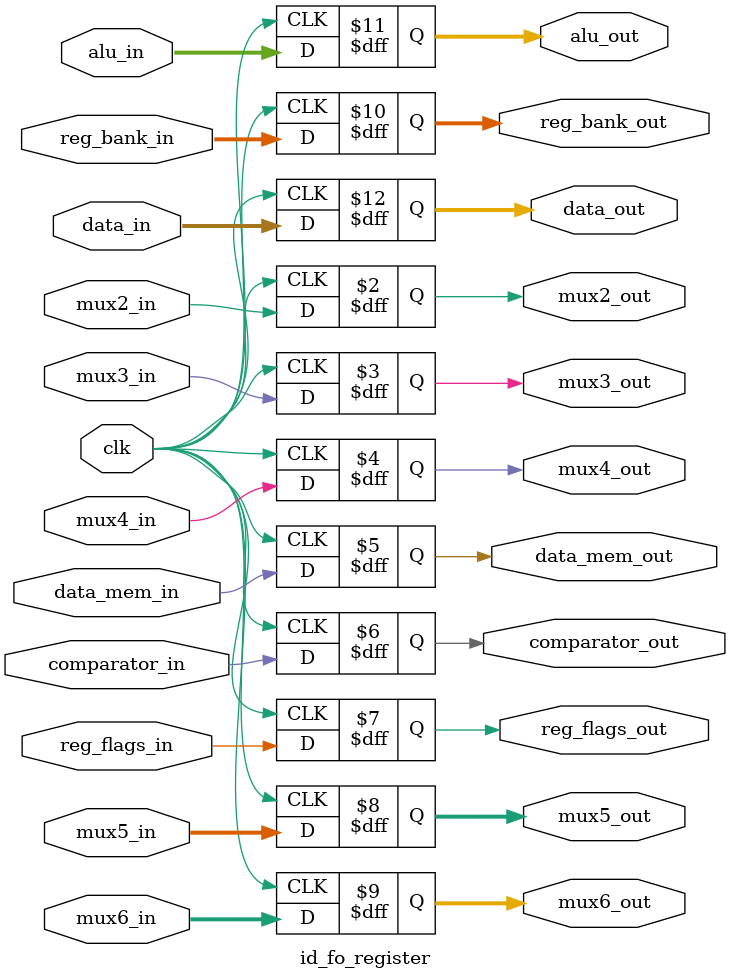
<source format=v>
module id_fo_register (clk, mux2_in, mux3_in, mux4_in, mux5_in, mux6_in, reg_bank_in, data_mem_in, comparator_in,
			reg_flags_in, alu_in, data_in, mux2_out, mux3_out, mux4_out, mux5_out, mux6_out, reg_bank_out,
			data_mem_out, comparator_out, reg_flags_out, alu_out, data_out);
	input clk, mux2_in, mux3_in, mux4_in, data_mem_in, comparator_in, reg_flags_in;
	input [2:0] mux5_in, mux6_in, reg_bank_in;
	input [5:0] alu_in;
	input [19:0] data_in;
	output reg mux2_out, mux3_out, mux4_out, data_mem_out, comparator_out, reg_flags_out;
	output reg [2:0] mux5_out, mux6_out, reg_bank_out;
	output reg [5:0] alu_out;
	output reg [19:0] data_out;

	always @(posedge clk) begin
		mux2_out <= mux2_in;
		mux3_out <= mux3_in;
		mux4_out <= mux4_in;
		mux5_out <= mux5_in;
		mux6_out <= mux6_in;
		reg_bank_out <= reg_bank_in;
		data_mem_out <= data_mem_in;
		comparator_out <= comparator_in;
		reg_flags_out <= reg_flags_in;
		alu_out <= alu_in;
		data_out <= data_in;
	end
endmodule

</source>
